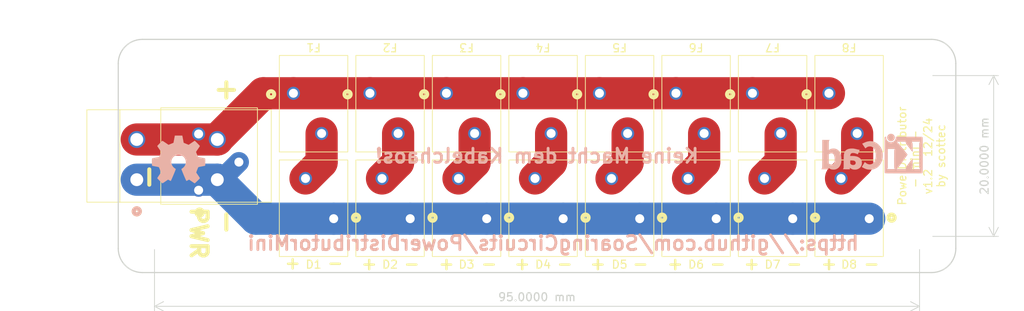
<source format=kicad_pcb>
(kicad_pcb (version 20240108) (generator "pcbnew") (generator_version "8.0")
  (title_block (rev "v1.2"))
  (layers (0 "F.Cu" signal) (31 "B.Cu" signal) (34 "B.Paste" user) (35 "F.Paste" user) (36 "B.SilkS" user "B.Silkscreen") (37 "F.SilkS" user "F.Silkscreen") (38 "B.Mask" user) (39 "F.Mask" user) (44 "Edge.Cuts" user))
  (net 0 "")
  (net 1 "Net-(J1-Pin_2)")
  (net 2 "Net-(J10-Pin_2)")
  (net 3 "Net-(J11-Pin_2)")
  (net 4 "Net-(J12-Pin_2)")
  (net 5 "Net-(J13-Pin_2)")
  (net 6 "Net-(J14-Pin_2)")
  (net 7 "Net-(J15-Pin_2)")
  (net 8 "Net-(J16-Pin_2)")
  (net 9 "VDC")
  (net 10 "GND")
  (footprint "GSI_footprints:Wago-250-202" (layer "F.Cu") (at 152.5215 87.126 180)
    (property "Reference" "J6" (hide yes))
    (property "Value" "F6" (at -2.5 5.7 180) (layer "F.SilkS"))
    (fp_rect (start 1.75 -7.3) (end -6.75 4.7) (stroke (width 0.1)) (fill none) (layer "F.SilkS"))
    (fp_circle (center 2.774 -0.128) (end 2.393 -0.128) (stroke (width 0.508)) (fill none) (layer "F.SilkS"))
    (pad "1" thru_hole circle (at 0 0 180) (size 1.6256 1.6256) (drill 1.1176) (layers "*.Cu" "*.Mask") (net 9 "VDC"))
    (pad "2" thru_hole circle (at -3.5 -5 180) (size 1.6256 1.6256) (drill 1.1176) (layers "*.Cu" "*.Mask") (net 6 "Net-(J14-Pin_2)"))
  )
  (footprint "MountingHole:MountingHole_3.2mm_M3" (layer "F.Cu") (at 182.7715 104.926)
    (property "Reference" "H4" (hide yes))
    (property "Value" "MountingHole")
    (pad "" np_thru_hole circle (at 0 0) (size 3.2 3.2) (drill 3.2) (layers "*.Cu" "*.Mask"))
  )
  (footprint "GSI_footprints:Wago-250-202" (layer "F.Cu") (at 133.5215 87.126 180)
    (property "Reference" "J4" (hide yes))
    (property "Value" "F4" (at -2.5 5.7 180) (layer "F.SilkS"))
    (fp_rect (start 1.75 -7.3) (end -6.75 4.7) (stroke (width 0.1)) (fill none) (layer "F.SilkS"))
    (fp_circle (center 2.774 -0.128) (end 2.393 -0.128) (stroke (width 0.508)) (fill none) (layer "F.SilkS"))
    (pad "1" thru_hole circle (at 0 0 180) (size 1.6256 1.6256) (drill 1.1176) (layers "*.Cu" "*.Mask") (net 9 "VDC"))
    (pad "2" thru_hole circle (at -3.5 -5 180) (size 1.6256 1.6256) (drill 1.1176) (layers "*.Cu" "*.Mask") (net 4 "Net-(J12-Pin_2)"))
  )
  (footprint "GSI_footprints:Wago-250-202" (layer "F.Cu") (at 157.5215 102.726)
    (property "Reference" "J14" (hide yes))
    (property "Value" "D6" (at -2.5 5.7 0) (layer "F.SilkS"))
    (fp_rect (start 1.75 -7.3) (end -6.75 4.7) (stroke (width 0.1)) (fill none) (layer "F.SilkS"))
    (fp_circle (center 2.774 -0.128) (end 2.393 -0.128) (stroke (width 0.508)) (fill none) (layer "F.SilkS"))
    (pad "1" thru_hole circle (at 0 0) (size 1.6256 1.6256) (drill 1.1176) (layers "*.Cu" "*.Mask") (net 10 "GND"))
    (pad "2" thru_hole circle (at -3.5 -5) (size 1.6256 1.6256) (drill 1.1176) (layers "*.Cu" "*.Mask") (net 6 "Net-(J14-Pin_2)"))
  )
  (footprint "GSI_footprints:Wago-250-202" (layer "F.Cu") (at 119.5215 102.726)
    (property "Reference" "J10" (hide yes))
    (property "Value" "D2" (at -2.5 5.7 0) (layer "F.SilkS"))
    (fp_rect (start 1.75 -7.3) (end -6.75 4.7) (stroke (width 0.1)) (fill none) (layer "F.SilkS"))
    (fp_circle (center 2.774 -0.128) (end 2.393 -0.128) (stroke (width 0.508)) (fill none) (layer "F.SilkS"))
    (pad "1" thru_hole circle (at 0 0) (size 1.6256 1.6256) (drill 1.1176) (layers "*.Cu" "*.Mask") (net 10 "GND"))
    (pad "2" thru_hole circle (at -3.5 -5) (size 1.6256 1.6256) (drill 1.1176) (layers "*.Cu" "*.Mask") (net 2 "Net-(J10-Pin_2)"))
  )
  (footprint "GSI_footprints:Wago-250-202" (layer "F.Cu") (at 167.0215 102.726)
    (property "Reference" "J15" (hide yes))
    (property "Value" "D7" (at -2.5 5.7 0) (layer "F.SilkS"))
    (fp_rect (start 1.75 -7.3) (end -6.75 4.7) (stroke (width 0.1)) (fill none) (layer "F.SilkS"))
    (fp_circle (center 2.774 -0.128) (end 2.393 -0.128) (stroke (width 0.508)) (fill none) (layer "F.SilkS"))
    (pad "1" thru_hole circle (at 0 0) (size 1.6256 1.6256) (drill 1.1176) (layers "*.Cu" "*.Mask") (net 10 "GND"))
    (pad "2" thru_hole circle (at -3.5 -5) (size 1.6256 1.6256) (drill 1.1176) (layers "*.Cu" "*.Mask") (net 7 "Net-(J15-Pin_2)"))
  )
  (footprint "GSI_footprints:Wago-250-202" (layer "F.Cu") (at 176.5215 102.726)
    (property "Reference" "J16" (hide yes))
    (property "Value" "D8" (at -2.5 5.7 0) (layer "F.SilkS"))
    (fp_rect (start 1.75 -7.3) (end -6.75 4.7) (stroke (width 0.1)) (fill none) (layer "F.SilkS"))
    (fp_circle (center 2.774 -0.128) (end 2.393 -0.128) (stroke (width 0.508)) (fill none) (layer "F.SilkS"))
    (pad "1" thru_hole circle (at 0 0) (size 1.6256 1.6256) (drill 1.1176) (layers "*.Cu" "*.Mask") (net 10 "GND"))
    (pad "2" thru_hole circle (at -3.5 -5) (size 1.6256 1.6256) (drill 1.1176) (layers "*.Cu" "*.Mask") (net 8 "Net-(J16-Pin_2)"))
  )
  (footprint "GSI_footprints:Wago-250-202" (layer "F.Cu") (at 143.0215 87.126 180)
    (property "Reference" "J5" (hide yes))
    (property "Value" "F5" (at -2.5 5.7 180) (layer "F.SilkS"))
    (fp_rect (start 1.75 -7.3) (end -6.75 4.7) (stroke (width 0.1)) (fill none) (layer "F.SilkS"))
    (fp_circle (center 2.774 -0.128) (end 2.393 -0.128) (stroke (width 0.508)) (fill none) (layer "F.SilkS"))
    (pad "1" thru_hole circle (at 0 0 180) (size 1.6256 1.6256) (drill 1.1176) (layers "*.Cu" "*.Mask") (net 9 "VDC"))
    (pad "2" thru_hole circle (at -3.5 -5 180) (size 1.6256 1.6256) (drill 1.1176) (layers "*.Cu" "*.Mask") (net 5 "Net-(J13-Pin_2)"))
  )
  (footprint "GSI_footprints:Wago-250-202" (layer "F.Cu") (at 110.0215 102.726)
    (property "Reference" "J9" (hide yes))
    (property "Value" "D1" (at -2.5 5.7 0) (layer "F.SilkS"))
    (fp_rect (start 1.75 -7.3) (end -6.75 4.7) (stroke (width 0.1)) (fill none) (layer "F.SilkS"))
    (fp_circle (center 2.774 -0.128) (end 2.393 -0.128) (stroke (width 0.508)) (fill none) (layer "F.SilkS"))
    (pad "1" thru_hole circle (at 0 0) (size 1.6256 1.6256) (drill 1.1176) (layers "*.Cu" "*.Mask") (net 10 "GND"))
    (pad "2" thru_hole circle (at -3.5 -5) (size 1.6256 1.6256) (drill 1.1176) (layers "*.Cu" "*.Mask") (net 1 "Net-(J1-Pin_2)"))
  )
  (footprint "GSI_footprints:Wago-745-102" (layer "F.Cu") (at 85.5715 97.876 -90)
    (property "Reference" "J17" (hide yes))
    (property "Value" "PWR" (at 6.65 -7.7 -90) (layer "F.SilkS") (effects (font (size 2 2) (thickness 0.5) (bold yes))))
    (fp_circle (center 3.937 0) (end 4.318 0) (stroke (width 0.508)) (fill none) (layer "B.SilkS"))
    (fp_line (start -8.7 2.1) (end 2.8 2.1) (stroke (width 0.1)) (layer "F.SilkS"))
    (fp_rect (start -8.7 -16.7) (end 2.8 6.2) (stroke (width 0.1)) (fill none) (layer "F.SilkS"))
    (fp_circle (center 3.937 0) (end 4.318 0) (stroke (width 0.508)) (fill none) (layer "F.SilkS"))
    (pad "1" thru_hole circle (at 0 -10 270) (size 2.1082 2.1082) (drill 1.6002) (layers "*.Cu" "*.Mask") (net 10 "GND"))
    (pad "1" thru_hole circle (at 0 0 270) (size 2.1082 2.1082) (drill 1.6002) (layers "*.Cu" "*.Mask") (net 10 "GND"))
    (pad "2" thru_hole circle (at -5 -10 270) (size 2.1082 2.1082) (drill 1.6002) (layers "*.Cu" "*.Mask") (net 9 "VDC"))
    (pad "2" thru_hole circle (at -5 0 270) (size 2.1082 2.1082) (drill 1.6002) (layers "*.Cu" "*.Mask") (net 9 "VDC"))
  )
  (footprint "GSI_footprints:Wago-250-202" (layer "F.Cu") (at 105.0215 87.126 180)
    (property "Reference" "J1" (hide yes))
    (property "Value" "F1" (at -2.5 5.7 180) (layer "F.SilkS"))
    (fp_rect (start 1.75 -7.3) (end -6.75 4.7) (stroke (width 0.1)) (fill none) (layer "F.SilkS"))
    (fp_circle (center 2.774 -0.128) (end 2.393 -0.128) (stroke (width 0.508)) (fill none) (layer "F.SilkS"))
    (pad "1" thru_hole circle (at 0 0 180) (size 1.6256 1.6256) (drill 1.1176) (layers "*.Cu" "*.Mask") (net 9 "VDC"))
    (pad "2" thru_hole circle (at -3.5 -5 180) (size 1.6256 1.6256) (drill 1.1176) (layers "*.Cu" "*.Mask") (net 1 "Net-(J1-Pin_2)"))
  )
  (footprint "GSI_footprints:Wago-250-202" (layer "F.Cu") (at 162.0215 87.126 180)
    (property "Reference" "J7" (hide yes))
    (property "Value" "F7" (at -2.5 5.7 180) (layer "F.SilkS"))
    (fp_rect (start 1.75 -7.3) (end -6.75 4.7) (stroke (width 0.1)) (fill none) (layer "F.SilkS"))
    (fp_circle (center 2.774 -0.128) (end 2.393 -0.128) (stroke (width 0.508)) (fill none) (layer "F.SilkS"))
    (pad "1" thru_hole circle (at 0 0 180) (size 1.6256 1.6256) (drill 1.1176) (layers "*.Cu" "*.Mask") (net 9 "VDC"))
    (pad "2" thru_hole circle (at -3.5 -5 180) (size 1.6256 1.6256) (drill 1.1176) (layers "*.Cu" "*.Mask") (net 7 "Net-(J15-Pin_2)"))
  )
  (footprint "GSI_footprints:Wago-250-202" (layer "F.Cu") (at 124.0215 87.126 180)
    (property "Reference" "J3" (hide yes))
    (property "Value" "F3" (at -2.5 5.7 180) (layer "F.SilkS"))
    (fp_rect (start 1.75 -7.3) (end -6.75 4.7) (stroke (width 0.1)) (fill none) (layer "F.SilkS"))
    (fp_circle (center 2.774 -0.128) (end 2.393 -0.128) (stroke (width 0.508)) (fill none) (layer "F.SilkS"))
    (pad "1" thru_hole circle (at 0 0 180) (size 1.6256 1.6256) (drill 1.1176) (layers "*.Cu" "*.Mask") (net 9 "VDC"))
    (pad "2" thru_hole circle (at -3.5 -5 180) (size 1.6256 1.6256) (drill 1.1176) (layers "*.Cu" "*.Mask") (net 3 "Net-(J11-Pin_2)"))
  )
  (footprint "MountingHole:MountingHole_3.2mm_M3" (layer "F.Cu") (at 182.7715 84.926)
    (property "Reference" "H2" (hide yes))
    (property "Value" "MountingHole")
    (pad "" np_thru_hole circle (at 0 0) (size 3.2 3.2) (drill 3.2) (layers "*.Cu" "*.Mask"))
  )
  (footprint "GSI_footprints:Wago-250-202" (layer "F.Cu") (at 114.5215 87.126 180)
    (property "Reference" "J2" (hide yes))
    (property "Value" "F2" (at -2.5 5.7 180) (layer "F.SilkS"))
    (fp_rect (start 1.75 -7.3) (end -6.75 4.7) (stroke (width 0.1)) (fill none) (layer "F.SilkS"))
    (fp_circle (center 2.774 -0.128) (end 2.393 -0.128) (stroke (width 0.508)) (fill none) (layer "F.SilkS"))
    (pad "1" thru_hole circle (at 0 0 180) (size 1.6256 1.6256) (drill 1.1176) (layers "*.Cu" "*.Mask") (net 9 "VDC"))
    (pad "2" thru_hole circle (at -3.5 -5 180) (size 1.6256 1.6256) (drill 1.1176) (layers "*.Cu" "*.Mask") (net 2 "Net-(J10-Pin_2)"))
  )
  (footprint "GSI_footprints:Wago-250-203" (layer "F.Cu") (at 93.2503 99.188 -90)
    (property "Reference" "J18" (hide yes))
    (property "Value" "PWR" (hide yes))
    (fp_rect (start 1.75 -7.3) (end -10.25 4.7) (stroke (width 0.1)) (fill none) (layer "F.SilkS"))
    (fp_circle (center 2.774 -0.128) (end 2.393 -0.128) (stroke (width 0.508)) (fill none) (layer "F.SilkS"))
    (pad "1" thru_hole circle (at 0 0 270) (size 1.6256 1.6256) (drill 1.1176) (layers "*.Cu" "*.Mask") (net 10 "GND"))
    (pad "2" thru_hole circle (at -3.5 -5 270) (size 1.6256 1.6256) (drill 1.1176) (layers "*.Cu" "*.Mask") (net 10 "GND"))
    (pad "3" thru_hole circle (at -7 0 270) (size 1.6256 1.6256) (drill 1.1176) (layers "*.Cu" "*.Mask") (net 9 "VDC"))
  )
  (footprint "GSI_footprints:Wago-250-202" (layer "F.Cu") (at 129.0215 102.726)
    (property "Reference" "J11" (hide yes))
    (property "Value" "D3" (at -2.5 5.7 0) (layer "F.SilkS"))
    (fp_rect (start 1.75 -7.3) (end -6.75 4.7) (stroke (width 0.1)) (fill none) (layer "F.SilkS"))
    (fp_circle (center 2.774 -0.128) (end 2.393 -0.128) (stroke (width 0.508)) (fill none) (layer "F.SilkS"))
    (pad "1" thru_hole circle (at 0 0) (size 1.6256 1.6256) (drill 1.1176) (layers "*.Cu" "*.Mask") (net 10 "GND"))
    (pad "2" thru_hole circle (at -3.5 -5) (size 1.6256 1.6256) (drill 1.1176) (layers "*.Cu" "*.Mask") (net 3 "Net-(J11-Pin_2)"))
  )
  (footprint "MountingHole:MountingHole_3.2mm_M3" (layer "F.Cu") (at 87.7715 104.926)
    (property "Reference" "H3" (hide yes))
    (property "Value" "MountingHole")
    (pad "" np_thru_hole circle (at 0 0) (size 3.2 3.2) (drill 3.2) (layers "*.Cu" "*.Mask"))
  )
  (footprint "GSI_footprints:Wago-250-202" (layer "F.Cu") (at 138.5215 102.726)
    (property "Reference" "J12" (hide yes))
    (property "Value" "D4" (at -2.5 5.7 0) (layer "F.SilkS"))
    (fp_rect (start 1.75 -7.3) (end -6.75 4.7) (stroke (width 0.1)) (fill none) (layer "F.SilkS"))
    (fp_circle (center 2.774 -0.128) (end 2.393 -0.128) (stroke (width 0.508)) (fill none) (layer "F.SilkS"))
    (pad "1" thru_hole circle (at 0 0) (size 1.6256 1.6256) (drill 1.1176) (layers "*.Cu" "*.Mask") (net 10 "GND"))
    (pad "2" thru_hole circle (at -3.5 -5) (size 1.6256 1.6256) (drill 1.1176) (layers "*.Cu" "*.Mask") (net 4 "Net-(J12-Pin_2)"))
  )
  (footprint "GSI_footprints:Wago-250-202" (layer "F.Cu") (at 148.0215 102.726)
    (property "Reference" "J13" (hide yes))
    (property "Value" "D5" (at -2.5 5.7 0) (layer "F.SilkS"))
    (fp_rect (start 1.75 -7.3) (end -6.75 4.7) (stroke (width 0.1)) (fill none) (layer "F.SilkS"))
    (fp_circle (center 2.774 -0.128) (end 2.393 -0.128) (stroke (width 0.508)) (fill none) (layer "F.SilkS"))
    (pad "1" thru_hole circle (at 0 0) (size 1.6256 1.6256) (drill 1.1176) (layers "*.Cu" "*.Mask") (net 10 "GND"))
    (pad "2" thru_hole circle (at -3.5 -5) (size 1.6256 1.6256) (drill 1.1176) (layers "*.Cu" "*.Mask") (net 5 "Net-(J13-Pin_2)"))
  )
  (footprint "MountingHole:MountingHole_3.2mm_M3" (layer "F.Cu") (at 87.7715 84.926)
    (property "Reference" "H1" (hide yes))
    (property "Value" "MountingHole")
    (pad "" np_thru_hole circle (at 0 0) (size 3.2 3.2) (drill 3.2) (layers "*.Cu" "*.Mask"))
  )
  (footprint "GSI_footprints:Wago-250-202" (layer "F.Cu") (at 171.5215 87.126 180)
    (property "Reference" "J8" (hide yes))
    (property "Value" "F8" (at -2.5 5.7 180) (layer "F.SilkS"))
    (fp_rect (start 1.75 -7.3) (end -6.75 4.7) (stroke (width 0.1)) (fill none) (layer "F.SilkS"))
    (fp_circle (center 2.774 -0.128) (end 2.393 -0.128) (stroke (width 0.508)) (fill none) (layer "F.SilkS"))
    (pad "1" thru_hole circle (at 0 0 180) (size 1.6256 1.6256) (drill 1.1176) (layers "*.Cu" "*.Mask") (net 9 "VDC"))
    (pad "2" thru_hole circle (at -3.5 -5 180) (size 1.6256 1.6256) (drill 1.1176) (layers "*.Cu" "*.Mask") (net 8 "Net-(J16-Pin_2)"))
  )
  (footprint "Symbol:KiCad-Logo_5mm_SilkScreen" (layer "B.Cu") (at 176.877198 95.143938 180)
    (property "Reference" "REF**" (hide yes))
    (property "Value" "KiCad-Logo_5mm_SilkScreen" (hide yes))
    (fp_poly (pts (xy -2.273043 2.973429) (xy -2.176768 2.949191) (xy -2.090184 2.906359) (xy -2.015373 2.846581) (xy -1.954418 2.771506) (xy -1.909399 2.68278) (xy -1.883136 2.58647) (xy -1.877286 2.489205) (xy -1.89214 2.395346) (xy -1.92584 2.307489) (xy -1.976528 2.22823) (xy -2.042345 2.160164) (xy -2.121434 2.105888) (xy -2.211934 2.067998) (xy -2.2632 2.055574) (xy -2.307698 2.048053) (xy -2.341999 2.045081) (xy -2.37496 2.046906) (xy -2.415434 2.053775) (xy -2.448531 2.06075) (xy -2.541947 2.092259) (xy -2.625619 2.143383) (xy -2.697665 2.212571) (xy -2.7562 2.298272) (xy -2.770148 2.325511) (xy -2.786586 2.361878) (xy -2.796894 2.392418) (xy -2.80246 2.42455) (xy -2.804669 2.465693) (xy -2.804948 2.511778) (xy -2.800861 2.596135) (xy -2.787446 2.665414) (xy -2.762256 2.726039) (xy -2.722846 2.784433) (xy -2.684298 2.828698) (xy -2.612406 2.894516) (xy -2.537313 2.939947) (xy -2.454562 2.96715) (xy -2.376928 2.977424) (xy -2.273043 2.973429)) (stroke (width 0.01)) (fill solid) (layer "B.SilkS"))
    (fp_poly (pts (xy 0.328429 2.050929) (xy 0.48857 2.029755) (xy 0.65251 1.989615) (xy 0.822313 1.930111) (xy 1.000043 1.850846) (xy 1.01131 1.845301) (xy 1.069005 1.817275) (xy 1.120552 1.793198) (xy 1.162191 1.774751) (xy 1.190162 1.763614) (xy 1.199733 1.761067) (xy 1.21895 1.756059) (xy 1.223561 1.751853) (xy 1.218458 1.74142) (xy 1.202418 1.715132) (xy 1.177288 1.675743) (xy 1.144914 1.626009) (xy 1.107143 1.568685) (xy 1.065822 1.506524) (xy 1.022798 1.442282) (xy 0.979917 1.378715) (xy 0.939026 1.318575) (xy 0.901971 1.26462) (xy 0.8706 1.219603) (xy 0.846759 1.186279) (xy 0.832294 1.167403) (xy 0.830309 1.165213) (xy 0.820191 1.169862) (xy 0.79785 1.187038) (xy 0.76728 1.21356) (xy 0.751536 1.228036) (xy 0.655047 1.303318) (xy 0.548336 1.358759) (xy 0.432832 1.393859) (xy 0.309962 1.40812) (xy 0.240561 1.406949) (xy 0.119423 1.389788) (xy 0.010205 1.353906) (xy -0.087418 1.299041) (xy -0.173772 1.22493) (xy -0.249185 1.131312) (xy -0.313982 1.017924) (xy -0.351399 0.931333) (xy -0.395252 0.795634) (xy -0.427572 0.64815) (xy -0.448443 0.492686) (xy -0.457949 0.333044) (xy -0.456173 0.173027) (xy -0.443197 0.016439) (xy -0.419106 -0.132918) (xy -0.383982 -0.27124) (xy -0.337908 -0.394724) (xy -0.321627 -0.428978) (xy -0.25338 -0.543064) (xy -0.172921 -0.639557) (xy -0.08143 -0.71767) (xy 0.019911 -0.776617) (xy 0.12992 -0.815612) (xy 0.247415 -0.833868) (xy 0.288883 -0.835211) (xy 0.410441 -0.82429) (xy 0.530878 -0.791474) (xy 0.648666 -0.737439) (xy 0.762277 -0.662865) (xy 0.853685 -0.584539) (xy 0.900215 -0.540008) (xy 1.081483 -0.837271) (xy 1.12658 -0.911433) (xy 1.167819 -0.979646) (xy 1.203735 -1.039459) (xy 1.232866 -1.08842) (xy 1.25375 -1.124079) (xy 1.264924 -1.143984) (xy 1.266375 -1.147079) (xy 1.258146 -1.156718) (xy 1.232567 -1.173999) (xy 1.192873 -1.197283) (xy 1.142297 -1.224934) (xy 1.084074 -1.255315) (xy 1.021437 -1.28679) (xy 0.957621 -1.317722) (xy 0.89586 -1.346473) (xy 0.839388 -1.371408) (xy 0.791438 -1.390889) (xy 0.767986 -1.399318) (xy 0.634221 -1.437133) (xy 0.496327 -1.462136) (xy 0.348622 -1.47514) (xy 0.221833 -1.477468) (xy 0.153878 -1.476373) (xy 0.088277 -1.474275) (xy 0.030847 -1.471434) (xy -0.012597 -1.468106) (xy -0.026702 -1.466422) (xy -0.165716 -1.437587) (xy -0.307243 -1.392468) (xy -0.444725 -1.33375) (xy -0.571606 -1.26412) (xy -0.649111 -1.211441) (xy -0.776519 -1.103239) (xy -0.894822 -0.976671) (xy -1.001828 -0.834866) (xy -1.095348 -0.680951) (xy -1.17319 -0.518053) (xy -1.217044 -0.400756) (xy -1.267292 -0.217128) (xy -1.300791 -0.022581) (xy -1.317551 0.178675) (xy -1.317584 0.382432) (xy -1.300899 0.584479) (xy -1.267507 0.780608) (xy -1.21742 0.966609) (xy -1.213603 0.978197) (xy -1.150719 1.14025) (xy -1.073972 1.288168) (xy -0.980758 1.426135) (xy -0.868473 1.558339) (xy -0.824608 1.603601) (xy -0.688466 1.727543) (xy -0.548509 1.830085) (xy -0.402589 1.912344) (xy -0.248558 1.975436) (xy -0.084268 2.020477) (xy 0.011289 2.037967) (xy 0.170023 2.053534) (xy 0.328429 2.050929)) (stroke (width 0.01)) (fill solid) (layer "B.SilkS"))
    (fp_poly (pts (xy 6.186507 0.527755) (xy 6.186526 0.293338) (xy 6.186552 0.080397) (xy 6.186625 -0.112168) (xy 6.186782 -0.285459) (xy 6.187064 -0.440576) (xy 6.187509 -0.57862) (xy 6.188156 -0.700692) (xy 6.189045 -0.807894) (xy 6.190213 -0.901326) (xy 6.191701 -0.98209) (xy 6.193546 -1.051286) (xy 6.195789 -1.110015) (xy 6.198469 -1.159379) (xy 6.201623 -1.200478) (xy 6.205292 -1.234413) (xy 6.209513 -1.262286) (xy 6.214327 -1.285198) (xy 6.219773 -1.304249) (xy 6.225888 -1.32054) (xy 6.232712 -1.335173) (xy 6.240285 -1.349249) (xy 6.248645 -1.363868) (xy 6.253839 -1.372974) (xy 6.288104 -1.433689) (xy 5.429955 -1.433689) (xy 5.429955 -1.337733) (xy 5.429224 -1.29437) (xy 5.427272 -1.261205) (xy 5.424463 -1.243424) (xy 5.423221 -1.241778) (xy 5.411799 -1.248662) (xy 5.389084 -1.266505) (xy 5.366385 -1.285879) (xy 5.3118 -1.326614) (xy 5.242321 -1.367617) (xy 5.16527 -1.405123) (xy 5.087965 -1.435364) (xy 5.057113 -1.445012) (xy 4.988616 -1.459578) (xy 4.905764 -1.469539) (xy 4.816371 -1.474583) (xy 4.728248 -1.474396) (xy 4.649207 -1.468666) (xy 4.611511 -1.462858) (xy 4.473414 -1.424797) (xy 4.346113 -1.367073) (xy 4.230292 -1.290211) (xy 4.126637 -1.194739) (xy 4.035833 -1.081179) (xy 3.969031 -0.970381) (xy 3.914164 -0.853625) (xy 3.872163 -0.734276) (xy 3.842167 -0.608283) (xy 3.823311 -0.471594) (xy 3.814732 -0.320158) (xy 3.814006 -0.242711) (xy 3.8161 -0.185934) (xy 4.645217 -0.185934) (xy 4.645424 -0.279002) (xy 4.648337 -0.366692) (xy 4.654 -0.443772) (xy 4.662455 -0.505009) (xy 4.665038 -0.51735) (xy 4.69684 -0.624633) (xy 4.738498 -0.711658) (xy 4.790363 -0.778642) (xy 4.852781 -0.825805) (xy 4.9261 -0.853365) (xy 5.010669 -0.861541) (xy 5.106835 -0.850551) (xy 5.170311 -0.834829) (xy 5.219454 -0.816639) (xy 5.273583 -0.790791) (xy 5.314244 -0.767089) (xy 5.3848 -0.720721) (xy 5.3848 0.42947) (xy 5.317392 0.473038) (xy 5.238867 0.51396) (xy 5.154681 0.540611) (xy 5.069557 0.552535) (xy 4.988216 0.549278) (xy 4.91538 0.530385) (xy 4.883426 0.514816) (xy 4.825501 0.471819) (xy 4.776544 0.415047) (xy 4.73539 0.342425) (xy 4.700874 0.251879) (xy 4.671833 0.141334) (xy 4.670552 0.135467) (xy 4.660381 0.073212) (xy 4.652739 -0.004594) (xy 4.64767 -0.09272) (xy 4.645217 -0.185934) (xy 3.8161 -0.185934) (xy 3.821857 -0.029895) (xy 3.843802 0.165941) (xy 3.879786 0.344668) (xy 3.929759 0.506155) (xy 3.993668 0.650274) (xy 4.071462 0.776894) (xy 4.163089 0.885885) (xy 4.268497 0.977117) (xy 4.313662 1.008068) (xy 4.414611 1.064215) (xy 4.517901 1.103826) (xy 4.627989 1.127986) (xy 4.74933 1.137781) (xy 4.841836 1.136735) (xy 4.97149 1.125769) (xy 5.084084 1.103954) (xy 5.182875 1.070286) (xy 5.271121 1.023764) (xy 5.319986 0.989552) (xy 5.349353 0.967638) (xy 5.371043 0.952667) (xy 5.379253 0.948267) (xy 5.380868 0.959096) (xy 5.382159 0.989749) (xy 5.383138 1.037474) (xy 5.383817 1.099521) (xy 5.38421 1.173138) (xy 5.38433 1.255573) (xy 5.384188 1.344075) (xy 5.383797 1.435893) (xy 5.383171 1.528276) (xy 5.38232 1.618472) (xy 5.38126 1.703729) (xy 5.380001 1.781297) (xy 5.378556 1.848424) (xy 5.376938 1.902359) (xy 5.375161 1.94035) (xy 5.374669 1.947333) (xy 5.367092 2.017749) (xy 5.355531 2.072898) (xy 5.337792 2.120019) (xy 5.311682 2.166353) (xy 5.305415 2.175933) (xy 5.280983 2.212622) (xy 6.186311 2.212622) (xy 6.186507 0.527755)) (stroke (width 0.01)) (fill solid) (layer "B.SilkS"))
    (fp_poly (pts (xy 2.673574 1.133448) (xy 2.825492 1.113433) (xy 2.960756 1.079798) (xy 3.080239 1.032275) (xy 3.184815 0.970595) (xy 3.262424 0.907035) (xy 3.331265 0.832901) (xy 3.385006 0.753129) (xy 3.42791 0.660909) (xy 3.443384 0.617839) (xy 3.456244 0.578858) (xy 3.467446 0.542711) (xy 3.47712 0.507566) (xy 3.485396 0.47159) (xy 3.492403 0.43295) (xy 3.498272 0.389815) (xy 3.503131 0.340351) (xy 3.50711 0.282727) (xy 3.51034 0.215109) (xy 3.512949 0.135666) (xy 3.515067 0.042564) (xy 3.516824 -0.066027) (xy 3.518349 -0.191942) (xy 3.519772 -0.337012) (xy 3.521025 -0.479778) (xy 3.522351 -0.635968) (xy 3.523556 -0.771239) (xy 3.524766 -0.887246) (xy 3.526106 -0.985645) (xy 3.5277 -1.068093) (xy 3.529675 -1.136246) (xy 3.532156 -1.19176) (xy 3.535269 -1.236292) (xy 3.539138 -1.271498) (xy 3.543889 -1.299034) (xy 3.549648 -1.320556) (xy 3.556539 -1.337722) (xy 3.564689 -1.352186) (xy 3.574223 -1.365606) (xy 3.585266 -1.379638) (xy 3.589566 -1.385071) (xy 3.605386 -1.40791) (xy 3.612422 -1.423463) (xy 3.612444 -1.423922) (xy 3.601567 -1.426121) (xy 3.570582 -1.428147) (xy 3.521957 -1.429942) (xy 3.458163 -1.431451) (xy 3.381669 -1.432616) (xy 3.294944 -1.43338) (xy 3.200457 -1.433686) (xy 3.18955 -1.433689) (xy 2.766657 -1.433689) (xy 2.763395 -1.337622) (xy 2.760133 -1.241556) (xy 2.698044 -1.292543) (xy 2.600714 -1.360057) (xy 2.490813 -1.414749) (xy 2.404349 -1.444978) (xy 2.335278 -1.459666) (xy 2.251925 -1.469659) (xy 2.162159 -1.474646) (xy 2.073845 -1.474313) (xy 1.994851 -1.468351) (xy 1.958622 -1.462638) (xy 1.818603 -1.424776) (xy 1.692178 -1.369932) (xy 1.58026 -1.298924) (xy 1.483762 -1.212568) (xy 1.4036 -1.111679) (xy 1.340687 -0.997076) (xy 1.296312 -0.870984) (xy 1.283978 -0.814401) (xy 1.276368 -0.752202) (xy 1.272739 -0.677363) (xy 1.272245 -0.643467) (xy 1.27231 -0.640282) (xy 2.032248 -0.640282) (xy 2.041541 -0.715333) (xy 2.069728 -0.77916) (xy 2.118197 -0.834798) (xy 2.123254 -0.839211) (xy 2.171548 -0.874037) (xy 2.223257 -0.89662) (xy 2.283989 -0.90854) (xy 2.359352 -0.911383) (xy 2.377459 -0.910978) (xy 2.431278 -0.908325) (xy 2.471308 -0.902909) (xy 2.506324 -0.892745) (xy 2.545103 -0.87585) (xy 2.555745 -0.870672) (xy 2.616396 -0.834844) (xy 2.663215 -0.792212) (xy 2.675952 -0.776973) (xy 2.720622 -0.720462) (xy 2.720622 -0.524586) (xy 2.720086 -0.445939) (xy 2.718396 -0.387988) (xy 2.715428 -0.348875) (xy 2.711057 -0.326741) (xy 2.706972 -0.320274) (xy 2.691047 -0.317111) (xy 2.657264 -0.314488) (xy 2.61034 -0.312655) (xy 2.554993 -0.311857) (xy 2.546106 -0.311842) (xy 2.42533 -0.317096) (xy 2.32266 -0.333263) (xy 2.236106 -0.360961) (xy 2.163681 -0.400808) (xy 2.108751 -0.447758) (xy 2.064204 -0.505645) (xy 2.03948 -0.568693) (xy 2.032248 -0.640282) (xy 1.27231 -0.640282) (xy 1.274178 -0.549712) (xy 1.282522 -0.470812) (xy 1.298768 -0.39959) (xy 1.324405 -0.328864) (xy 1.348401 -0.276493) (xy 1.40702 -0.181196) (xy 1.485117 -0.09317) (xy 1.580315 -0.014017) (xy 1.690238 0.05466) (xy 1.81251 0.111259) (xy 1.944755 0.154179) (xy 2.009422 0.169118) (xy 2.145604 0.191223) (xy 2.294049 0.205806) (xy 2.445505 0.212187) (xy 2.572064 0.210555) (xy 2.73395 0.203776) (xy 2.72653 0.262755) (xy 2.707238 0.361908) (xy 2.676104 0.442628) (xy 2.632269 0.505534) (xy 2.574871 0.551244) (xy 2.503048 0.580378) (xy 2.415941 0.593553) (xy 2.312686 0.591389) (xy 2.274711 0.587388) (xy 2.13352 0.56222) (xy 1.996707 0.521186) (xy 1.902178 0.483185) (xy 1.857018 0.46381) (xy 1.818585 0.44824) (xy 1.792234 0.438595) (xy 1.784546 0.436548) (xy 1.774802 0.445626) (xy 1.758083 0.474595) (xy 1.734232 0.523783) (xy 1.703093 0.593516) (xy 1.664507 0.684121) (xy 1.65791 0.699911) (xy 1.627853 0.772228) (xy 1.600874 0.837575) (xy 1.578136 0.893094) (xy 1.560806 0.935928) (xy 1.550048 0.963219) (xy 1.546941 0.972058) (xy 1.55694 0.976813) (xy 1.583217 0.98209) (xy 1.611489 0.985769) (xy 1.641646 0.990526) (xy 1.689433 0.999972) (xy 1.750612 1.01318) (xy 1.820946 1.029224) (xy 1.896194 1.04718) (xy 1.924755 1.054203) (xy 2.029816 1.079791) (xy 2.11748 1.099853) (xy 2.192068 1.115031) (xy 2.257903 1.125965) (xy 2.319307 1.133296) (xy 2.380602 1.137665) (xy 2.44611 1.139713) (xy 2.504128 1.140111) (xy 2.673574 1.133448)) (stroke (width 0.01)) (fill solid) (layer "B.SilkS"))
    (fp_poly (pts (xy -2.9464 2.510946) (xy -2.935535 2.397007) (xy -2.903918 2.289384) (xy -2.853015 2.190385) (xy -2.784293 2.102316) (xy -2.699219 2.027484) (xy -2.602232 1.969616) (xy -2.495964 1.929995) (xy -2.38895 1.911427) (xy -2.2833 1.912566) (xy -2.181125 1.93207) (xy -2.084534 1.968594) (xy -1.995638 2.020795) (xy -1.916546 2.087327) (xy -1.849369 2.166848) (xy -1.796217 2.258013) (xy -1.759199 2.359477) (xy -1.740427 2.469898) (xy -1.738489 2.519794) (xy -1.738489 2.607733) (xy -1.68656 2.607733) (xy -1.650253 2.604889) (xy -1.623355 2.593089) (xy -1.596249 2.569351) (xy -1.557867 2.530969) (xy -1.557867 0.339398) (xy -1.557876 0.077261) (xy -1.557908 -0.163241) (xy -1.557972 -0.383048) (xy -1.558076 -0.583101) (xy -1.558227 -0.764344) (xy -1.558434 -0.927716) (xy -1.558706 -1.07416) (xy -1.55905 -1.204617) (xy -1.559474 -1.320029) (xy -1.559987 -1.421338) (xy -1.560597 -1.509484) (xy -1.561312 -1.58541) (xy -1.56214 -1.650057) (xy -1.563089 -1.704367) (xy -1.564167 -1.74928) (xy -1.565383 -1.78574) (xy -1.566745 -1.814687) (xy -1.568261 -1.837063) (xy -1.569938 -1.853809) (xy -1.571786 -1.865868) (xy -1.573813 -1.87418) (xy -1.576025 -1.879687) (xy -1.577108 -1.881537) (xy -1.581271 -1.888549) (xy -1.584805 -1.894996) (xy -1.588635 -1.9009) (xy -1.593682 -1.906286) (xy -1.600871 -1.911178) (xy -1.611123 -1.915598) (xy -1.625364 -1.919572) (xy -1.644514 -1.923121) (xy -1.669499 -1.92627) (xy -1.70124 -1.929042) (xy -1.740662 -1.931461) (xy -1.788686 -1.933551) (xy -1.846237 -1.935335) (xy -1.914237 -1.936837) (xy -1.99361 -1.93808) (xy -2.085279 -1.939089) (xy -2.190166 -1.939885) (xy -2.309196 -1.940494) (xy -2.44329 -1.940939) (xy -2.593373 -1.941243) (xy -2.760367 -1.94143) (xy -2.945196 -1.941524) (xy -3.148783 -1.941548) (xy -3.37205 -1.941525) (xy -3.615922 -1.94148) (xy -3.881321 -1.941437) (xy -3.919704 -1.941432) (xy -4.186682 -1.941389) (xy -4.432002 -1.941318) (xy -4.656583 -1.941213) (xy -4.861345 -1.941066) (xy -5.047206 -1.940869) (xy -5.215088 -1.940616) (xy -5.365908 -1.9403) (xy -5.500587 -1.939913) (xy -5.620044 -1.939447) (xy -5.725199 -1.938897) (xy -5.816971 -1.938253) (xy -5.896279 -1.937511) (xy -5.964043 -1.936661) (xy -6.021182 -1.935697) (xy -6.068617 -1.934611) (xy -6.107266 -1.933397) (xy -6.138049 -1.932047) (xy -6.161885 -1.930555) (xy -6.179694 -1.928911) (xy -6.192395 -1.927111) (xy -6.200908 -1.925145) (xy -6.205266 -1.923477) (xy -6.213728 -1.919906) (xy -6.221497 -1.91727) (xy -6.228602 -1.914634) (xy -6.235073 -1.911062) (xy -6.240939 -1.905621) (xy -6.246229 -1.897375) (xy -6.250974 -1.88539) (xy -6.255202 -1.868731) (xy -6.258943 -1.846463) (xy -6.262227 -1.817652) (xy -6.265083 -1.781363) (xy -6.26754 -1.736661) (xy -6.269629 -1.682611) (xy -6.271378 -1.618279) (xy -6.272817 -1.54273) (xy -6.273976 -1.45503) (xy -6.274883 -1.354243) (xy -6.275569 -1.239434) (xy -6.276063 -1.10967) (xy -6.276395 -0.964015) (xy -6.276593 -0.801535) (xy -6.276687 -0.621295) (xy -6.276708 -0.42236) (xy -6.276685 -0.203796) (xy -6.276646 0.035332) (xy -6.276622 0.29596) (xy -6.276622 0.338111) (xy -6.276636 0.601008) (xy -6.276661 0.842268) (xy -6.276671 1.062835) (xy -6.276642 1.263648) (xy -6.276548 1.445651) (xy -6.276362 1.609784) (xy -6.276059 1.756989) (xy -6.275614 1.888208) (xy -6.275034 1.998133) (xy -5.972197 1.998133) (xy -5.932407 1.940289) (xy -5.921236 1.924521) (xy -5.911166 1.910559) (xy -5.902138 1.897216) (xy -5.894097 1.883307) (xy -5.886986 1.867644) (xy -5.880747 1.849042) (xy -5.875325 1.826314) (xy -5.870662 1.798273) (xy -5.866701 1.763733) (xy -5.863385 1.721508) (xy -5.860659 1.670411) (xy -5.858464 1.609256) (xy -5.856745 1.536856) (xy -5.855444 1.452025) (xy -5.854505 1.353578) (xy -5.85387 1.240326) (xy -5.853484 1.111084) (xy -5.853288 0.964666) (xy -5.853227 0.799884) (xy -5.853243 0.615553) (xy -5.85328 0.410487) (xy -5.853289 0.287867) (xy -5.853265 0.070918) (xy -5.853231 -0.124642) (xy -5.853243 -0.299999) (xy -5.853358 -0.456341) (xy -5.85363 -0.594857) (xy -5.854118 -0.716734) (xy -5.854876 -0.82316) (xy -5.855962 -0.915322) (xy -5.857431 -0.994409) (xy -5.85934 -1.061608) (xy -5.861744 -1.118107) (xy -5.864701 -1.165093) (xy -5.868266 -1.203755) (xy -5.872495 -1.23528) (xy -5.877446 -1.260855) (xy -5.883173 -1.28167) (xy -5.889733 -1.298911) (xy -5.897183 -1.313765) (xy -5.905579 -1.327422) (xy -5.914976 -1.341069) (xy -5.925432 -1.355893) (xy -5.931523 -1.364783) (xy -5.970296 -1.4224) (xy -5.438732 -1.4224) (xy -5.315483 -1.422365) (xy -5.212987 -1.422215) (xy -5.12942 -1.421878) (xy -5.062956 -1.421286) (xy -5.011771 -1.420367) (xy -4.974041 -1.419051) (xy -4.94794 -1.417269) (xy -4.931644 -1.414951) (xy -4.923328 -1.412026) (xy -4.921168 -1.408424) (xy -4.923339 -1.404075) (xy -4.924535 -1.402645) (xy -4.949685 -1.365573) (xy -4.975583 -1.312772) (xy -4.999192 -1.25077) (xy -5.007461 -1.224357) (xy -5.012078 -1.206416) (xy -5.015979 -1.185355) (xy -5.019248 -1.159089) (xy -5.021966 -1.125532) (xy -5.024215 -1.082599) (xy -5.026077 -1.028204) (xy -5.027636 -0.960262) (xy -5.028972 -0.876688) (xy -5.030169 -0.775395) (xy -5.031308 -0.6543) (xy -5.031685 -0.6096) (xy -5.032702 -0.484449) (xy -5.03346 -0.380082) (xy -5.033903 -0.294707) (xy -5.03397 -0.226533) (xy -5.033605 -0.173765) (xy -5.032748 -0.134614) (xy -5.031341 -0.107285) (xy -5.029325 -0.089986) (xy -5.026643 -0.080926) (xy -5.023236 -0.078312) (xy -5.019044 -0.080351) (xy -5.014571 -0.084667) (xy -5.004216 -0.097602) (xy -4.982158 -0.126676) (xy -4.949957 -0.169759) (xy -4.909174 -0.224718) (xy -4.86137 -0.289423) (xy -4.808105 -0.361742) (xy -4.75094 -0.439544) (xy -4.691437 -0.520698) (xy -4.631155 -0.603072) (xy -4.571655 -0.684536) (xy -4.514498 -0.762957) (xy -4.461245 -0.836204) (xy -4.413457 -0.902147) (xy -4.372693 -0.958654) (xy -4.340516 -1.003593) (xy -4.318485 -1.034834) (xy -4.313917 -1.041466) (xy -4.290996 -1.078369) (xy -4.264188 -1.126359) (xy -4.238789 -1.175897) (xy -4.235568 -1.182577) (xy -4.21389 -1.230772) (xy -4.201304 -1.268334) (xy -4.195574 -1.30416) (xy -4.194456 -1.3462) (xy -4.19509 -1.4224) (xy -3.040651 -1.4224) (xy -3.131815 -1.328669) (xy -3.178612 -1.278775) (xy -3.228899 -1.222295) (xy -3.274944 -1.168026) (xy -3.295369 -1.142673) (xy -3.325807 -1.103128) (xy -3.365862 -1.049916) (xy -3.414361 -0.984667) (xy -3.470135 -0.909011) (xy -3.532011 -0.824577) (xy -3.598819 -0.732994) (xy -3.669387 -0.635892) (xy -3.742545 -0.534901) (xy -3.817121 -0.43165) (xy -3.891944 -0.327768) (xy -3.965843 -0.224885) (xy -4.037646 -0.124631) (xy -4.106184 -0.028636) (xy -4.170284 0.061473) (xy -4.228775 0.144064) (xy -4.280486 0.217508) (xy -4.324247 0.280176) (xy -4.358885 0.330439) (xy -4.38323 0.366666) (xy -4.396111 0.387229) (xy -4.397869 0.391332) (xy -4.38991 0.402658) (xy -4.369115 0.429838) (xy -4.336847 0.471171) (xy -4.29447 0.524956) (xy -4.243347 0.589494) (xy -4.184841 0.663082) (xy -4.120314 0.744022) (xy -4.051131 0.830612) (xy -3.978653 0.921152) (xy -3.904246 1.01394) (xy -3.844517 1.088298) (xy -2.833511 1.088298) (xy -2.827602 1.075341) (xy -2.813272 1.053092) (xy -2.812225 1.051609) (xy -2.793438 1.021456) (xy -2.773791 0.984625) (xy -2.769892 0.976489) (xy -2.766356 0.96806) (xy -2.76323 0.957941) (xy -2.760486 0.94474) (xy -2.758092 0.927062) (xy -2.756019 0.903516) (xy -2.754235 0.872707) (xy -2.752712 0.833243) (xy -2.751419 0.783731) (xy -2.750326 0.722777) (xy -2.749403 0.648989) (xy -2.748619 0.560972) (xy -2.747945 0.457335) (xy -2.74735 0.336684) (xy -2.746805 0.197626) (xy -2.746279 0.038768) (xy -2.745745 -0.140089) (xy -2.745206 -0.325207) (xy -2.744772 -0.489145) (xy -2.744509 -0.633303) (xy -2.744484 -0.759079) (xy -2.744765 -0.867871) (xy -2.745419 -0.961077) (xy -2.746514 -1.040097) (xy -2.748118 -1.106328) (xy -2.750297 -1.16117) (xy -2.753119 -1.206021) (xy -2.756651 -1.242278) (xy -2.760961 -1.271341) (xy -2.766117 -1.294609) (xy -2.772185 -1.313479) (xy -2.779233 -1.329351) (xy -2.787329 -1.343622) (xy -2.79654 -1.357691) (xy -2.80504 -1.370158) (xy -2.822176 -1.396452) (xy -2.832322 -1.414037) (xy -2.833511 -1.417257) (xy -2.822604 -1.418334) (xy -2.791411 -1.419335) (xy -2.742223 -1.420235) (xy -2.677333 -1.42101) (xy -2.59903 -1.421637) (xy -2.509607 -1.422091) (xy -2.411356 -1.422349) (xy -2.342445 -1.4224) (xy -2.237452 -1.42218) (xy -2.14061 -1.421548) (xy -2.054107 -1.420549) (xy -1.980132 -1.419227) (xy -1.920874 -1.417626) (xy -1.87852 -1.415791) (xy -1.85526 -1.413765) (xy -1.851378 -1.412493) (xy -1.859076 -1.397591) (xy -1.867074 -1.38956) (xy -1.880246 -1.372434) (xy -1.897485 -1.342183) (xy -1.909407 -1.317622) (xy -1.936045 -1.258711) (xy -1.93912 -0.081845) (xy -1.942195 1.095022) (xy -2.387853 1.095022) (xy -2.48567 1.094858) (xy -2.576064 1.094389) (xy -2.65663 1.093653) (xy -2.724962 1.092684) (xy -2.778656 1.09152) (xy -2.815305 1.090197) (xy -2.832504 1.088751) (xy -2.833511 1.088298) (xy -3.844517 1.088298) (xy -3.82927 1.107278) (xy -3.75509 1.199463) (xy -3.683069 1.288796) (xy -3.614569 1.373576) (xy -3.550955 1.452102) (xy -3.493588 1.522674) (xy -3.443833 1.583591) (xy -3.403052 1.633153) (xy -3.385888 1.653822) (xy -3.299596 1.754484) (xy -3.222997 1.837741) (xy -3.154183 1.905562) (xy -3.091248 1.959911) (xy -3.081867 1.967278) (xy -3.042356 1.997883) (xy -4.174116 1.998133) (xy -4.168827 1.950156) (xy -4.17213 1.892812) (xy -4.193661 1.824537) (xy -4.233635 1.744788) (xy -4.278943 1.672505) (xy -4.295161 1.64986) (xy -4.323214 1.612304) (xy -4.36143 1.561979) (xy -4.408137 1.501027) (xy -4.461661 1.431589) (xy -4.520331 1.355806) (xy -4.582475 1.27582) (xy -4.646421 1.193772) (xy -4.710495 1.111804) (xy -4.773027 1.032057) (xy -4.832343 0.956673) (xy -4.886771 0.887793) (xy -4.934639 0.827558) (xy -4.974275 0.778111) (xy -5.004006 0.741592) (xy -5.022161 0.720142) (xy -5.02522 0.716844) (xy -5.028079 0.724851) (xy -5.030293 0.755145) (xy -5.031857 0.807444) (xy -5.032767 0.881469) (xy -5.03302 0.976937) (xy -5.032613 1.093566) (xy -5.031704 1.213555) (xy -5.030382 1.345667) (xy -5.028857 1.457406) (xy -5.026881 1.550975) (xy -5.024206 1.628581) (xy -5.020582 1.692426) (xy -5.015761 1.744717) (xy -5.009494 1.787656) (xy -5.001532 1.823449) (xy -4.991627 1.8543) (xy -4.979531 1.882414) (xy -4.964993 1.909995) (xy -4.950311 1.935034) (xy -4.912314 1.998133) (xy -5.972197 1.998133) (xy -6.275034 1.998133) (xy -6.275001 2.004383) (xy -6.274195 2.106456) (xy -6.27317 2.195367) (xy -6.2719 2.272059) (xy -6.27036 2.337473) (xy -6.268524 2.392551) (xy -6.266367 2.438235) (xy -6.263863 2.475466) (xy -6.260987 2.505187) (xy -6.257713 2.528338) (xy -6.254015 2.545861) (xy -6.249869 2.558699) (xy -6.245247 2.567792) (xy -6.240126 2.574082) (xy -6.234478 2.578512) (xy -6.228279 2.582022) (xy -6.221504 2.585555) (xy -6.215508 2.589124) (xy -6.210275 2.5917) (xy -6.202099 2.594028) (xy -6.189886 2.596122) (xy -6.172541 2.597993) (xy -6.148969 2.599653) (xy -6.118077 2.601116) (xy -6.078768 2.602392) (xy -6.02995 2.603496) (xy -5.970527 2.604439) (xy -5.899404 2.605233) (xy -5.815488 2.605891) (xy -5.717683 2.606425) (xy -5.604894 2.606847) (xy -5.476029 2.607171) (xy -5.329991 2.607408) (xy -5.165686 2.60757) (xy -4.98202 2.60767) (xy -4.777897 2.60772) (xy -4.566753 2.607733) (xy -2.9464 2.607733) (xy -2.9464 2.510946)) (stroke (width 0.01)) (fill solid) (layer "B.SilkS"))
  )
  (footprint "Symbol:OSHW-Symbol_6.7x6mm_SilkScreen" (layer "B.Cu") (at 90.7715 95.376 180)
    (property "Reference" "REF**" (hide yes))
    (property "Value" "OSHW-Symbol_6.7x6mm_SilkScreen" (hide yes))
    (fp_poly (pts (xy 0.555814 2.531069) (xy 0.639635 2.086445) (xy 0.94892 1.958947) (xy 1.258206 1.831449) (xy 1.629246 2.083754) (xy 1.733157 2.154004) (xy 1.827087 2.216728) (xy 1.906652 2.269062) (xy 1.96747 2.308143) (xy 2.005157 2.331107) (xy 2.015421 2.336058) (xy 2.03391 2.323324) (xy 2.07342 2.288118) (xy 2.129522 2.234938) (xy 2.197787 2.168282) (xy 2.273786 2.092646) (xy 2.353092 2.012528) (xy 2.431275 1.932426) (xy 2.503907 1.856836) (xy 2.566559 1.790255) (xy 2.614803 1.737182) (xy 2.64421 1.702113) (xy 2.651241 1.690377) (xy 2.641123 1.66874) (xy 2.612759 1.621338) (xy 2.569129 1.552807) (xy 2.513218 1.467785) (xy 2.448006 1.370907) (xy 2.410219 1.31565) (xy 2.341343 1.214752) (xy 2.28014 1.123701) (xy 2.229578 1.04703) (xy 2.192628 0.989272) (xy 2.172258 0.954957) (xy 2.169197 0.947746) (xy 2.176136 0.927252) (xy 2.195051 0.879487) (xy 2.223087 0.811168) (xy 2.257391 0.729011) (xy 2.295109 0.63973) (xy 2.333387 0.550042) (xy 2.36937 0.466662) (xy 2.400206 0.396306) (xy 2.423039 0.34569) (xy 2.435017 0.321529) (xy 2.435724 0.320578) (xy 2.454531 0.315964) (xy 2.504618 0.305672) (xy 2.580793 0.290713) (xy 2.677865 0.272099) (xy 2.790643 0.250841) (xy 2.856442 0.238582) (xy 2.97695 0.215638) (xy 3.085797 0.193805) (xy 3.177476 0.174278) (xy 3.246481 0.158252) (xy 3.287304 0.146921) (xy 3.295511 0.143326) (xy 3.303548 0.118994) (xy 3.310033 0.064041) (xy 3.31497 -0.015108) (xy 3.318364 -0.112026) (xy 3.320218 -0.220287) (xy 3.320538 -0.333465) (xy 3.319327 -0.445135) (xy 3.31659 -0.548868) (xy 3.312331 -0.638241) (xy 3.306555 -0.706826) (xy 3.299267 -0.748197) (xy 3.294895 -0.75681) (xy 3.268764 -0.767133) (xy 3.213393 -0.781892) (xy 3.136107 -0.799352) (xy 3.04423 -0.81778) (xy 3.012158 -0.823741) (xy 2.857524 -0.852066) (xy 2.735375 -0.874876) (xy 2.641673 -0.89308) (xy 2.572384 -0.907583) (xy 2.523471 -0.919292) (xy 2.490897 -0.929115) (xy 2.470628 -0.937956) (xy 2.458626 -0.946724) (xy 2.456947 -0.948457) (xy 2.440184 -0.976371) (xy 2.414614 -1.030695) (xy 2.382788 -1.104777) (xy 2.34726 -1.191965) (xy 2.310583 -1.285608) (xy 2.275311 -1.379052) (xy 2.243996 -1.465647) (xy 2.219193 -1.53874) (xy 2.203454 -1.591678) (xy 2.199332 -1.617811) (xy 2.199676 -1.618726) (xy 2.213641 -1.640086) (xy 2.245322 -1.687084) (xy 2.291391 -1.754827) (xy 2.348518 -1.838423) (xy 2.413373 -1.932982) (xy 2.431843 -1.959854) (xy 2.497699 -2.057275) (xy 2.55565 -2.146163) (xy 2.602538 -2.221412) (xy 2.635207 -2.27792) (xy 2.6505 -2.310581) (xy 2.651241 -2.314593) (xy 2.638392 -2.335684) (xy 2.602888 -2.377464) (xy 2.549293 -2.435445) (xy 2.482171 -2.505135) (xy 2.406087 -2.582045) (xy 2.325604 -2.661683) (xy 2.245287 -2.739561) (xy 2.169699 -2.811186) (xy 2.103405 -2.87207) (xy 2.050969 -2.917721) (xy 2.016955 -2.94365) (xy 2.007545 -2.947883) (xy 1.985643 -2.937912) (xy 1.9408 -2.91102) (xy 1.880321 -2.871736) (xy 1.833789 -2.840117) (xy 1.749475 -2.782098) (xy 1.649626 -2.713784) (xy 1.549473 -2.645579) (xy 1.495627 -2.609075) (xy 1.313371 -2.4858) (xy 1.160381 -2.56852) (xy 1.090682 -2.604759) (xy 1.031414 -2.632926) (xy 0.991311 -2.648991) (xy 0.981103 -2.651226) (xy 0.968829 -2.634722) (xy 0.944613 -2.588082) (xy 0.910263 -2.515609) (xy 0.867588 -2.421606) (xy 0.818394 -2.310374) (xy 0.76449 -2.186215) (xy 0.707684 -2.053432) (xy 0.649782 -1.916327) (xy 0.592593 -1.779202) (xy 0.537924 -1.646358) (xy 0.487584 -1.522098) (xy 0.44338 -1.410725) (xy 0.407119 -1.316539) (xy 0.380609 -1.243844) (xy 0.365658 -1.196941) (xy 0.363254 -1.180833) (xy 0.382311 -1.160286) (xy 0.424036 -1.126933) (xy 0.479706 -1.087702) (xy 0.484378 -1.084599) (xy 0.628264 -0.969423) (xy 0.744283 -0.835053) (xy 0.83143 -0.685784) (xy 0.888699 -0.525913) (xy 0.915086 -0.359737) (xy 0.909585 -0.191552) (xy 0.87119 -0.025655) (xy 0.798895 0.133658) (xy 0.777626 0.168513) (xy 0.666996 0.309263) (xy 0.536302 0.422286) (xy 0.390064 0.506997) (xy 0.232808 0.562806) (xy 0.069057 0.589126) (xy -0.096667 0.58537) (xy -0.259838 0.55095) (xy -0.415935 0.485277) (xy -0.560433 0.387765) (xy -0.605131 0.348187) (xy -0.718888 0.224297) (xy -0.801782 0.093876) (xy -0.858644 -0.052315) (xy -0.890313 -0.197088) (xy -0.898131 -0.35986) (xy -0.872062 -0.52344) (xy -0.814755 -0.682298) (xy -0.728856 -0.830906) (xy -0.617014 -0.963735) (xy -0.481877 -1.075256) (xy -0.464117 -1.087011) (xy -0.40785 -1.125508) (xy -0.365077 -1.158863) (xy -0.344628 -1.18016) (xy -0.344331 -1.180833) (xy -0.348721 -1.203871) (xy -0.366124 -1.256157) (xy -0.394732 -1.33339) (xy -0.432735 -1.431268) (xy -0.478326 -1.545491) (xy -0.529697 -1.671758) (xy -0.585038 -1.805767) (xy -0.642542 -1.943218) (xy -0.700399 -2.079808) (xy -0.756802 -2.211237) (xy -0.809942 -2.333205) (xy -0.85801 -2.441409) (xy -0.899199 -2.531549) (xy -0.931699 -2.599323) (xy -0.953703 -2.64043) (xy -0.962564 -2.651226) (xy -0.98964 -2.642819) (xy -1.040303 -2.620272) (xy -1.105817 -2.587613) (xy -1.141841 -2.56852) (xy -1.294832 -2.4858) (xy -1.477088 -2.609075) (xy -1.570125 -2.672228) (xy -1.671985 -2.741727) (xy -1.767438 -2.807165) (xy -1.81525 -2.840117) (xy -1.882495 -2.885273) (xy -1.939436 -2.921057) (xy -1.978646 -2.942938) (xy -1.991381 -2.947563) (xy -2.009917 -2.935085) (xy -2.050941 -2.900252) (xy -2.110475 -2.846678) (xy -2.184542 -2.777983) (xy -2.269165 -2.697781) (xy -2.322685 -2.646286) (xy -2.416319 -2.554286) (xy -2.497241 -2.471999) (xy -2.562177 -2.402945) (xy -2.607858 -2.350644) (xy -2.631011 -2.318616) (xy -2.633232 -2.312116) (xy -2.622924 -2.287394) (xy -2.594439 -2.237405) (xy -2.550937 -2.167212) (xy -2.495577 -2.081875) (xy -2.43152 -1.986456) (xy -2.413303 -1.959854) (xy -2.346927 -1.863167) (xy -2.287378 -1.776117) (xy -2.237984 -1.703595) (xy -2.202075 -1.650493) (xy -2.182981 -1.621703) (xy -2.181136 -1.618726) (xy -2.183895 -1.595782) (xy -2.198538 -1.545336) (xy -2.222513 -1.474041) (xy -2.253266 -1.388547) (xy -2.288244 -1.295507) (xy -2.324893 -1.201574) (xy -2.360661 -1.113399) (xy -2.392994 -1.037634) (xy -2.419338 -0.980931) (xy -2.437142 -0.949943) (xy -2.438407 -0.948457) (xy -2.449294 -0.939601) (xy -2.467682 -0.930843) (xy -2.497606 -0.921277) (xy -2.543103 -0.909996) (xy -2.608209 -0.896093) (xy -2.696961 -0.878663) (xy -2.813393 -0.856798) (xy -2.961542 -0.829591) (xy -2.993618 -0.823741) (xy -3.088686 -0.805374) (xy -3.171565 -0.787405) (xy -3.23493 -0.771569) (xy -3.271458 -0.7596) (xy -3.276356 -0.75681) (xy -3.284427 -0.732072) (xy -3.290987 -0.67679) (xy -3.296033 -0.597389) (xy -3.299559 -0.500296) (xy -3.301561 -0.391938) (xy -3.302036 -0.27874) (xy -3.300977 -0.167128) (xy -3.298382 -0.063529) (xy -3.294246 0.025632) (xy -3.288563 0.093928) (xy -3.281331 0.134934) (xy -3.276971 0.143326) (xy -3.252698 0.151792) (xy -3.197426 0.165565) (xy -3.116662 0.18345) (xy -3.015912 0.204252) (xy -2.900683 0.226777) (xy -2.837902 0.238582) (xy -2.718787 0.260849) (xy -2.612565 0.281021) (xy -2.524427 0.298085) (xy -2.459566 0.311031) (xy -2.423174 0.318845) (xy -2.417184 0.320578) (xy -2.407061 0.34011) (xy -2.385662 0.387157) (xy -2.355839 0.454997) (xy -2.320445 0.536909) (xy -2.282332 0.626172) (xy -2.244353 0.716065) (xy -2.20936 0.799865) (xy -2.180206 0.870853) (xy -2.159743 0.922306) (xy -2.150823 0.947503) (xy -2.150657 0.948604) (xy -2.160769 0.968481) (xy -2.189117 1.014223) (xy -2.232723 1.081283) (xy -2.288606 1.165116) (xy -2.353787 1.261174) (xy -2.391679 1.31635) (xy -2.460725 1.417519) (xy -2.52205 1.50937) (xy -2.572663 1.587256) (xy -2.609571 1.646531) (xy -2.629782 1.682549) (xy -2.632701 1.690623) (xy -2.620153 1.709416) (xy -2.585463 1.749543) (xy -2.533063 1.806507) (xy -2.467384 1.875815) (xy -2.392856 1.952969) (xy -2.313913 2.033475) (xy -2.234983 2.112837) (xy -2.1605 2.18656) (xy -2.094894 2.250148) (xy -2.042596 2.299106) (xy -2.008039 2.328939) (xy -1.996478 2.336058) (xy -1.977654 2.326047) (xy -1.932631 2.297922) (xy -1.865787 2.254546) (xy -1.781499 2.198782) (xy -1.684144 2.133494) (xy -1.610707 2.083754) (xy -1.239667 1.831449) (xy -0.621095 2.086445) (xy -0.537275 2.531069) (xy -0.453454 2.975693) (xy 0.471994 2.975693) (xy 0.555814 2.531069)) (stroke (width 0.01)) (fill solid) (layer "B.SilkS"))
  )
  (gr_line (start 83.2715 106.426) (end 83.2715 83.426) (stroke (width 0.15)) (layer "Edge.Cuts"))
  (gr_line (start 184.2715 109.426) (end 86.2715 109.426) (stroke (width 0.15)) (layer "Edge.Cuts"))
  (gr_arc (start 83.2715 83.426) (mid 84.15018 81.30468) (end 86.2715 80.426) (stroke (width 0.15)) (layer "Edge.Cuts"))
  (gr_arc (start 184.2715 80.426) (mid 186.39282 81.30468) (end 187.2715 83.426) (stroke (width 0.15)) (layer "Edge.Cuts"))
  (gr_arc (start 86.2715 109.426) (mid 84.15018 108.54732) (end 83.2715 106.426) (stroke (width 0.15)) (layer "Edge.Cuts"))
  (gr_line (start 187.2715 83.426) (end 187.2715 106.426) (stroke (width 0.15)) (layer "Edge.Cuts"))
  (gr_line (start 86.2715 80.426) (end 184.2715 80.426) (stroke (width 0.15)) (layer "Edge.Cuts"))
  (gr_arc (start 187.2715 106.426) (mid 186.39282 108.54732) (end 184.2715 109.426) (stroke (width 0.15)) (layer "Edge.Cuts"))
  (gr_text "https://github.com/SoaringCircuits/PowerDistributorMini" (at 137.2715 105.776 0) (layer "B.SilkS") (effects (font (size 1.75 1.75) (thickness 0.35) (bold yes)) (justify mirror)))
  (gr_text "Keine Macht dem Kabelchaos!" (at 135.2715 94.926 0) (layer "B.SilkS") (effects (font (size 1.75 1.75) (thickness 0.35) (bold yes)) (justify mirror)))
  (gr_text "+   -" (at 107.5715 108.226 0) (layer "F.SilkS") (effects (font (size 1.5 1.5) (thickness 0.3) (bold yes))))
  (gr_text "+   -" (at 174.1715 108.326 0) (layer "F.SilkS") (effects (font (size 1.5 1.5) (thickness 0.3) (bold yes))))
  (gr_text "PowerDistributor\n- mini - \nv1.2  12/24\nby scottec" (at 186.0215 94.926 90) (layer "F.SilkS") (effects (font (size 1 1)) (justify bottom)))
  (gr_text "+   -" (at 155.0715 108.326 0) (layer "F.SilkS") (effects (font (size 1.5 1.5) (thickness 0.3) (bold yes))))
  (gr_text "-" (at 87.3029 97.5422 270) (layer "F.SilkS") (effects (font (size 2.5 2.5) (thickness 0.5) (bold yes))))
  (gr_text "+   -" (at 145.4715 108.326 0) (layer "F.SilkS") (effects (font (size 1.5 1.5) (thickness 0.3) (bold yes))))
  (gr_text "+   -" (at 126.6715 108.326 0) (layer "F.SilkS") (effects (font (size 1.5 1.5) (thickness 0.3) (bold yes))))
  (gr_text "+   -" (at 136.0715 108.326 0) (layer "F.SilkS") (effects (font (size 1.5 1.5) (thickness 0.3) (bold yes))))
  (gr_text "+   -" (at 117.0715 108.326 0) (layer "F.SilkS") (effects (font (size 1.5 1.5) (thickness 0.3) (bold yes))))
  (gr_text "+       -" (at 96.8715 94.926 270) (layer "F.SilkS") (effects (font (size 2.5 2.5) (thickness 0.5) (bold yes))))
  (gr_text "+   -" (at 164.5715 108.326 0) (layer "F.SilkS") (effects (font (size 1.5 1.5) (thickness 0.3) (bold yes))))
  (dimension (type aligned) (layer "Edge.Cuts") (pts (xy 87.7715 104.926) (xy 182.7715 104.926)) (height 8.699999) (gr_text "95.0000 mm" (at 135.2715 112.475999 0) (layer "Edge.Cuts") (effects (font (size 1 1) (thickness 0.15)))) (format (prefix "") (suffix "") (units 3) (units_format 1) (precision 4)) (style (thickness 0.1) (arrow_length 1.27) (text_position_mode 0) (extension_height 0.58642) (extension_offset 0.5) keep_text_aligned))
  (dimension (type aligned) (layer "Edge.Cuts") (pts (xy 182.7715 84.926) (xy 182.7715 104.926)) (height -9.2) (gr_text "20.0000 mm" (at 190.8215 94.926 90) (layer "Edge.Cuts") (effects (font (size 1 1) (thickness 0.15)))) (format (prefix "") (suffix "") (units 3) (units_format 1) (precision 4)) (style (thickness 0.1) (arrow_length 1.27) (text_position_mode 0) (extension_height 0.58642) (extension_offset 0.5) keep_text_aligned))
  (segment (start 108.5215 92.126) (end 108.5215 95.726) (width 4) (layer "F.Cu") (net 1))
  (segment (start 108.5215 95.726) (end 106.5215 97.726) (width 4) (layer "F.Cu") (net 1))
  (segment (start 118.0215 95.726) (end 116.0215 97.726) (width 4) (layer "F.Cu") (net 2))
  (segment (start 118.0215 92.126) (end 118.0215 95.726) (width 4) (layer "F.Cu") (net 2))
  (segment (start 127.5215 92.126) (end 127.5215 95.726) (width 4) (layer "F.Cu") (net 3))
  (segment (start 127.5215 95.726) (end 125.5215 97.726) (width 4) (layer "F.Cu") (net 3))
  (segment (start 137.0215 92.126) (end 137.0215 95.726) (width 4) (layer "F.Cu") (net 4))
  (segment (start 137.0215 95.726) (end 135.0215 97.726) (width 4) (layer "F.Cu") (net 4))
  (segment (start 146.5215 92.126) (end 146.5215 95.726) (width 4) (layer "F.Cu") (net 5))
  (segment (start 146.5215 95.726) (end 144.5215 97.726) (width 4) (layer "F.Cu") (net 5))
  (segment (start 156.0215 92.126) (end 156.0215 95.726) (width 4) (layer "F.Cu") (net 6))
  (segment (start 156.0215 95.726) (end 154.0215 97.726) (width 4) (layer "F.Cu") (net 6))
  (segment (start 165.5215 95.726) (end 163.5215 97.726) (width 4) (layer "F.Cu") (net 7))
  (segment (start 165.5215 92.126) (end 165.5215 95.726) (width 4) (layer "F.Cu") (net 7))
  (segment (start 175.0215 92.126) (end 175.0215 95.726) (width 4) (layer "F.Cu") (net 8))
  (segment (start 175.0215 95.726) (end 173.0215 97.726) (width 4) (layer "F.Cu") (net 8))
  (segment (start 95.5715 92.876) (end 85.5715 92.876) (width 4) (layer "F.Cu") (net 9))
  (segment (start 124.0215 87.126) (end 133.5215 87.126) (width 4) (layer "F.Cu") (net 9))
  (segment (start 143.0215 87.126) (end 152.5215 87.126) (width 4) (layer "F.Cu") (net 9))
  (segment (start 95.5715 92.826) (end 95.5715 92.876) (width 4) (layer "F.Cu") (net 9))
  (segment (start 152.5215 87.126) (end 162.0215 87.126) (width 4) (layer "F.Cu") (net 9))
  (segment (start 101.2715 87.126) (end 95.5715 92.826) (width 4) (layer "F.Cu") (net 9))
  (segment (start 162.0215 87.126) (end 171.5215 87.126) (width 4) (layer "F.Cu") (net 9))
  (segment (start 114.5215 87.126) (end 124.0215 87.126) (width 4) (layer "F.Cu") (net 9))
  (segment (start 105.0215 87.126) (end 101.2715 87.126) (width 4) (layer "F.Cu") (net 9))
  (segment (start 105.0215 87.126) (end 114.5215 87.126) (width 4) (layer "F.Cu") (net 9))
  (segment (start 133.5215 87.126) (end 143.0215 87.126) (width 4) (layer "F.Cu") (net 9))
  (segment (start 148.0215 102.726) (end 157.5215 102.726) (width 4) (layer "B.Cu") (net 10))
  (segment (start 167.0215 102.726) (end 176.5215 102.726) (width 4) (layer "B.Cu") (net 10))
  (segment (start 110.0215 102.726) (end 100.3715 102.726) (width 4) (layer "B.Cu") (net 10))
  (segment (start 110.0215 102.726) (end 119.5215 102.726) (width 4) (layer "B.Cu") (net 10))
  (segment (start 100.3715 102.726) (end 95.5715 97.926) (width 4) (layer "B.Cu") (net 10))
  (segment (start 119.5215 102.726) (end 129.0215 102.726) (width 4) (layer "B.Cu") (net 10))
  (segment (start 129.0215 102.726) (end 138.5215 102.726) (width 4) (layer "B.Cu") (net 10))
  (segment (start 98.2503 95.688) (end 96.0623 97.876) (width 2.5) (layer "B.Cu") (net 10))
  (segment (start 157.5215 102.726) (end 167.0215 102.726) (width 4) (layer "B.Cu") (net 10))
  (segment (start 96.0623 97.876) (end 95.5715 97.876) (width 2.5) (layer "B.Cu") (net 10))
  (segment (start 138.5215 102.726) (end 148.0215 102.726) (width 4) (layer "B.Cu") (net 10))
  (segment (start 95.5715 97.926) (end 95.5715 97.876) (width 4) (layer "B.Cu") (net 10))
  (segment (start 95.5715 97.876) (end 85.5715 97.876) (width 4) (layer "B.Cu") (net 10))
)
</source>
